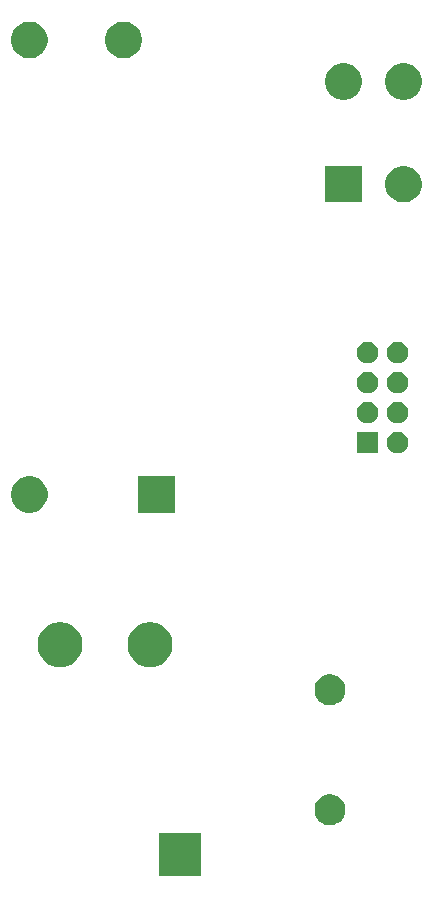
<source format=gts>
G04 #@! TF.GenerationSoftware,KiCad,Pcbnew,(5.1.5)-3*
G04 #@! TF.CreationDate,2020-04-22T08:06:24-07:00*
G04 #@! TF.ProjectId,Plug_Pass_120V_AC_shield,506c7567-5f50-4617-9373-5f313230565f,rev?*
G04 #@! TF.SameCoordinates,Original*
G04 #@! TF.FileFunction,Soldermask,Top*
G04 #@! TF.FilePolarity,Negative*
%FSLAX46Y46*%
G04 Gerber Fmt 4.6, Leading zero omitted, Abs format (unit mm)*
G04 Created by KiCad (PCBNEW (5.1.5)-3) date 2020-04-22 08:06:24*
%MOMM*%
%LPD*%
G04 APERTURE LIST*
%ADD10C,0.100000*%
G04 APERTURE END LIST*
D10*
G36*
X197323840Y-133215320D02*
G01*
X193722240Y-133215320D01*
X193722240Y-129613720D01*
X197323840Y-129613720D01*
X197323840Y-133215320D01*
G37*
G36*
X208602469Y-126353709D02*
G01*
X208839200Y-126451766D01*
X209052252Y-126594123D01*
X209233437Y-126775308D01*
X209375794Y-126988360D01*
X209473851Y-127225091D01*
X209523840Y-127476402D01*
X209523840Y-127732638D01*
X209473851Y-127983949D01*
X209375794Y-128220680D01*
X209233437Y-128433732D01*
X209052252Y-128614917D01*
X208839200Y-128757274D01*
X208602469Y-128855331D01*
X208351158Y-128905320D01*
X208094922Y-128905320D01*
X207843611Y-128855331D01*
X207606880Y-128757274D01*
X207393828Y-128614917D01*
X207212643Y-128433732D01*
X207070286Y-128220680D01*
X206972229Y-127983949D01*
X206922240Y-127732638D01*
X206922240Y-127476402D01*
X206972229Y-127225091D01*
X207070286Y-126988360D01*
X207212643Y-126775308D01*
X207393828Y-126594123D01*
X207606880Y-126451766D01*
X207843611Y-126353709D01*
X208094922Y-126303720D01*
X208351158Y-126303720D01*
X208602469Y-126353709D01*
G37*
G36*
X208602469Y-116193709D02*
G01*
X208839200Y-116291766D01*
X209052252Y-116434123D01*
X209233437Y-116615308D01*
X209375794Y-116828360D01*
X209473851Y-117065091D01*
X209523840Y-117316402D01*
X209523840Y-117572638D01*
X209473851Y-117823949D01*
X209375794Y-118060680D01*
X209233437Y-118273732D01*
X209052252Y-118454917D01*
X208839200Y-118597274D01*
X208602469Y-118695331D01*
X208351158Y-118745320D01*
X208094922Y-118745320D01*
X207843611Y-118695331D01*
X207606880Y-118597274D01*
X207393828Y-118454917D01*
X207212643Y-118273732D01*
X207070286Y-118060680D01*
X206972229Y-117823949D01*
X206922240Y-117572638D01*
X206922240Y-117316402D01*
X206972229Y-117065091D01*
X207070286Y-116828360D01*
X207212643Y-116615308D01*
X207393828Y-116434123D01*
X207606880Y-116291766D01*
X207843611Y-116193709D01*
X208094922Y-116143720D01*
X208351158Y-116143720D01*
X208602469Y-116193709D01*
G37*
G36*
X193292662Y-111758069D02*
G01*
X193537485Y-111806767D01*
X193883407Y-111950053D01*
X194194730Y-112158072D01*
X194459488Y-112422830D01*
X194667507Y-112734153D01*
X194810793Y-113080075D01*
X194883840Y-113447309D01*
X194883840Y-113821731D01*
X194810793Y-114188965D01*
X194667507Y-114534887D01*
X194459488Y-114846210D01*
X194194730Y-115110968D01*
X193883407Y-115318987D01*
X193537485Y-115462273D01*
X193292662Y-115510971D01*
X193170252Y-115535320D01*
X192795828Y-115535320D01*
X192673418Y-115510971D01*
X192428595Y-115462273D01*
X192082673Y-115318987D01*
X191771350Y-115110968D01*
X191506592Y-114846210D01*
X191298573Y-114534887D01*
X191155287Y-114188965D01*
X191082240Y-113821731D01*
X191082240Y-113447309D01*
X191155287Y-113080075D01*
X191298573Y-112734153D01*
X191506592Y-112422830D01*
X191771350Y-112158072D01*
X192082673Y-111950053D01*
X192428595Y-111806767D01*
X192673418Y-111758069D01*
X192795828Y-111733720D01*
X193170252Y-111733720D01*
X193292662Y-111758069D01*
G37*
G36*
X185672662Y-111758069D02*
G01*
X185917485Y-111806767D01*
X186263407Y-111950053D01*
X186574730Y-112158072D01*
X186839488Y-112422830D01*
X187047507Y-112734153D01*
X187190793Y-113080075D01*
X187263840Y-113447309D01*
X187263840Y-113821731D01*
X187190793Y-114188965D01*
X187047507Y-114534887D01*
X186839488Y-114846210D01*
X186574730Y-115110968D01*
X186263407Y-115318987D01*
X185917485Y-115462273D01*
X185672662Y-115510971D01*
X185550252Y-115535320D01*
X185175828Y-115535320D01*
X185053418Y-115510971D01*
X184808595Y-115462273D01*
X184462673Y-115318987D01*
X184151350Y-115110968D01*
X183886592Y-114846210D01*
X183678573Y-114534887D01*
X183535287Y-114188965D01*
X183462240Y-113821731D01*
X183462240Y-113447309D01*
X183535287Y-113080075D01*
X183678573Y-112734153D01*
X183886592Y-112422830D01*
X184151350Y-112158072D01*
X184462673Y-111950053D01*
X184808595Y-111806767D01*
X185053418Y-111758069D01*
X185175828Y-111733720D01*
X185550252Y-111733720D01*
X185672662Y-111758069D01*
G37*
G36*
X195060700Y-102475160D02*
G01*
X191959100Y-102475160D01*
X191959100Y-99373560D01*
X195060700Y-99373560D01*
X195060700Y-102475160D01*
G37*
G36*
X183212252Y-99433156D02*
G01*
X183212255Y-99433157D01*
X183212254Y-99433157D01*
X183494480Y-99550059D01*
X183748478Y-99719775D01*
X183964485Y-99935782D01*
X184134201Y-100189780D01*
X184134201Y-100189781D01*
X184251104Y-100472008D01*
X184310700Y-100771619D01*
X184310700Y-101077101D01*
X184251104Y-101376712D01*
X184251103Y-101376714D01*
X184134201Y-101658940D01*
X183964485Y-101912938D01*
X183748478Y-102128945D01*
X183494480Y-102298661D01*
X183294914Y-102381324D01*
X183212252Y-102415564D01*
X182912641Y-102475160D01*
X182607159Y-102475160D01*
X182307548Y-102415564D01*
X182224886Y-102381324D01*
X182025320Y-102298661D01*
X181771322Y-102128945D01*
X181555315Y-101912938D01*
X181385599Y-101658940D01*
X181268697Y-101376714D01*
X181268696Y-101376712D01*
X181209100Y-101077101D01*
X181209100Y-100771619D01*
X181268696Y-100472008D01*
X181385599Y-100189781D01*
X181385599Y-100189780D01*
X181555315Y-99935782D01*
X181771322Y-99719775D01*
X182025320Y-99550059D01*
X182307546Y-99433157D01*
X182307545Y-99433157D01*
X182307548Y-99433156D01*
X182607159Y-99373560D01*
X182912641Y-99373560D01*
X183212252Y-99433156D01*
G37*
G36*
X212318600Y-97434400D02*
G01*
X210489800Y-97434400D01*
X210489800Y-95605600D01*
X212318600Y-95605600D01*
X212318600Y-97434400D01*
G37*
G36*
X214122591Y-95623170D02*
G01*
X214210923Y-95640740D01*
X214377331Y-95709669D01*
X214527096Y-95809739D01*
X214654461Y-95937104D01*
X214754531Y-96086869D01*
X214823460Y-96253277D01*
X214858600Y-96429941D01*
X214858600Y-96610059D01*
X214823460Y-96786723D01*
X214754531Y-96953131D01*
X214654461Y-97102896D01*
X214527096Y-97230261D01*
X214377331Y-97330331D01*
X214210923Y-97399260D01*
X214122591Y-97416830D01*
X214034261Y-97434400D01*
X213854139Y-97434400D01*
X213765809Y-97416830D01*
X213677477Y-97399260D01*
X213511069Y-97330331D01*
X213361304Y-97230261D01*
X213233939Y-97102896D01*
X213133869Y-96953131D01*
X213064940Y-96786723D01*
X213029800Y-96610059D01*
X213029800Y-96429941D01*
X213064940Y-96253277D01*
X213133869Y-96086869D01*
X213233939Y-95937104D01*
X213361304Y-95809739D01*
X213511069Y-95709669D01*
X213677477Y-95640740D01*
X213765809Y-95623170D01*
X213854139Y-95605600D01*
X214034261Y-95605600D01*
X214122591Y-95623170D01*
G37*
G36*
X211582591Y-93083170D02*
G01*
X211670923Y-93100740D01*
X211837331Y-93169669D01*
X211987096Y-93269739D01*
X212114461Y-93397104D01*
X212214531Y-93546869D01*
X212283460Y-93713277D01*
X212318600Y-93889941D01*
X212318600Y-94070059D01*
X212283460Y-94246723D01*
X212214531Y-94413131D01*
X212114461Y-94562896D01*
X211987096Y-94690261D01*
X211837331Y-94790331D01*
X211670923Y-94859260D01*
X211582591Y-94876830D01*
X211494261Y-94894400D01*
X211314139Y-94894400D01*
X211225809Y-94876830D01*
X211137477Y-94859260D01*
X210971069Y-94790331D01*
X210821304Y-94690261D01*
X210693939Y-94562896D01*
X210593869Y-94413131D01*
X210524940Y-94246723D01*
X210489800Y-94070059D01*
X210489800Y-93889941D01*
X210524940Y-93713277D01*
X210593869Y-93546869D01*
X210693939Y-93397104D01*
X210821304Y-93269739D01*
X210971069Y-93169669D01*
X211137477Y-93100740D01*
X211225809Y-93083170D01*
X211314139Y-93065600D01*
X211494261Y-93065600D01*
X211582591Y-93083170D01*
G37*
G36*
X214122591Y-93083170D02*
G01*
X214210923Y-93100740D01*
X214377331Y-93169669D01*
X214527096Y-93269739D01*
X214654461Y-93397104D01*
X214754531Y-93546869D01*
X214823460Y-93713277D01*
X214858600Y-93889941D01*
X214858600Y-94070059D01*
X214823460Y-94246723D01*
X214754531Y-94413131D01*
X214654461Y-94562896D01*
X214527096Y-94690261D01*
X214377331Y-94790331D01*
X214210923Y-94859260D01*
X214122591Y-94876830D01*
X214034261Y-94894400D01*
X213854139Y-94894400D01*
X213765809Y-94876830D01*
X213677477Y-94859260D01*
X213511069Y-94790331D01*
X213361304Y-94690261D01*
X213233939Y-94562896D01*
X213133869Y-94413131D01*
X213064940Y-94246723D01*
X213029800Y-94070059D01*
X213029800Y-93889941D01*
X213064940Y-93713277D01*
X213133869Y-93546869D01*
X213233939Y-93397104D01*
X213361304Y-93269739D01*
X213511069Y-93169669D01*
X213677477Y-93100740D01*
X213765809Y-93083170D01*
X213854139Y-93065600D01*
X214034261Y-93065600D01*
X214122591Y-93083170D01*
G37*
G36*
X211582591Y-90543170D02*
G01*
X211670923Y-90560740D01*
X211837331Y-90629669D01*
X211987096Y-90729739D01*
X212114461Y-90857104D01*
X212214531Y-91006869D01*
X212283460Y-91173277D01*
X212318600Y-91349941D01*
X212318600Y-91530059D01*
X212283460Y-91706723D01*
X212214531Y-91873131D01*
X212114461Y-92022896D01*
X211987096Y-92150261D01*
X211837331Y-92250331D01*
X211670923Y-92319260D01*
X211582591Y-92336830D01*
X211494261Y-92354400D01*
X211314139Y-92354400D01*
X211225809Y-92336830D01*
X211137477Y-92319260D01*
X210971069Y-92250331D01*
X210821304Y-92150261D01*
X210693939Y-92022896D01*
X210593869Y-91873131D01*
X210524940Y-91706723D01*
X210489800Y-91530059D01*
X210489800Y-91349941D01*
X210524940Y-91173277D01*
X210593869Y-91006869D01*
X210693939Y-90857104D01*
X210821304Y-90729739D01*
X210971069Y-90629669D01*
X211137477Y-90560740D01*
X211225809Y-90543170D01*
X211314139Y-90525600D01*
X211494261Y-90525600D01*
X211582591Y-90543170D01*
G37*
G36*
X214122591Y-90543170D02*
G01*
X214210923Y-90560740D01*
X214377331Y-90629669D01*
X214527096Y-90729739D01*
X214654461Y-90857104D01*
X214754531Y-91006869D01*
X214823460Y-91173277D01*
X214858600Y-91349941D01*
X214858600Y-91530059D01*
X214823460Y-91706723D01*
X214754531Y-91873131D01*
X214654461Y-92022896D01*
X214527096Y-92150261D01*
X214377331Y-92250331D01*
X214210923Y-92319260D01*
X214122591Y-92336830D01*
X214034261Y-92354400D01*
X213854139Y-92354400D01*
X213765809Y-92336830D01*
X213677477Y-92319260D01*
X213511069Y-92250331D01*
X213361304Y-92150261D01*
X213233939Y-92022896D01*
X213133869Y-91873131D01*
X213064940Y-91706723D01*
X213029800Y-91530059D01*
X213029800Y-91349941D01*
X213064940Y-91173277D01*
X213133869Y-91006869D01*
X213233939Y-90857104D01*
X213361304Y-90729739D01*
X213511069Y-90629669D01*
X213677477Y-90560740D01*
X213765809Y-90543170D01*
X213854139Y-90525600D01*
X214034261Y-90525600D01*
X214122591Y-90543170D01*
G37*
G36*
X214122591Y-88003170D02*
G01*
X214210923Y-88020740D01*
X214377331Y-88089669D01*
X214527096Y-88189739D01*
X214654461Y-88317104D01*
X214754531Y-88466869D01*
X214823460Y-88633277D01*
X214858600Y-88809941D01*
X214858600Y-88990059D01*
X214823460Y-89166723D01*
X214754531Y-89333131D01*
X214654461Y-89482896D01*
X214527096Y-89610261D01*
X214377331Y-89710331D01*
X214210923Y-89779260D01*
X214122591Y-89796830D01*
X214034261Y-89814400D01*
X213854139Y-89814400D01*
X213765809Y-89796830D01*
X213677477Y-89779260D01*
X213511069Y-89710331D01*
X213361304Y-89610261D01*
X213233939Y-89482896D01*
X213133869Y-89333131D01*
X213064940Y-89166723D01*
X213029800Y-88990059D01*
X213029800Y-88809941D01*
X213064940Y-88633277D01*
X213133869Y-88466869D01*
X213233939Y-88317104D01*
X213361304Y-88189739D01*
X213511069Y-88089669D01*
X213677477Y-88020740D01*
X213765809Y-88003170D01*
X213854139Y-87985600D01*
X214034261Y-87985600D01*
X214122591Y-88003170D01*
G37*
G36*
X211582591Y-88003170D02*
G01*
X211670923Y-88020740D01*
X211837331Y-88089669D01*
X211987096Y-88189739D01*
X212114461Y-88317104D01*
X212214531Y-88466869D01*
X212283460Y-88633277D01*
X212318600Y-88809941D01*
X212318600Y-88990059D01*
X212283460Y-89166723D01*
X212214531Y-89333131D01*
X212114461Y-89482896D01*
X211987096Y-89610261D01*
X211837331Y-89710331D01*
X211670923Y-89779260D01*
X211582591Y-89796830D01*
X211494261Y-89814400D01*
X211314139Y-89814400D01*
X211225809Y-89796830D01*
X211137477Y-89779260D01*
X210971069Y-89710331D01*
X210821304Y-89610261D01*
X210693939Y-89482896D01*
X210593869Y-89333131D01*
X210524940Y-89166723D01*
X210489800Y-88990059D01*
X210489800Y-88809941D01*
X210524940Y-88633277D01*
X210593869Y-88466869D01*
X210693939Y-88317104D01*
X210821304Y-88189739D01*
X210971069Y-88089669D01*
X211137477Y-88020740D01*
X211225809Y-88003170D01*
X211314139Y-87985600D01*
X211494261Y-87985600D01*
X211582591Y-88003170D01*
G37*
G36*
X210915380Y-76191240D02*
G01*
X207813780Y-76191240D01*
X207813780Y-73089640D01*
X210915380Y-73089640D01*
X210915380Y-76191240D01*
G37*
G36*
X214896932Y-73149236D02*
G01*
X214896935Y-73149237D01*
X214896934Y-73149237D01*
X215179160Y-73266139D01*
X215433158Y-73435855D01*
X215649165Y-73651862D01*
X215818881Y-73905860D01*
X215818881Y-73905861D01*
X215935784Y-74188088D01*
X215995380Y-74487699D01*
X215995380Y-74793181D01*
X215935784Y-75092792D01*
X215935783Y-75092794D01*
X215818881Y-75375020D01*
X215649165Y-75629018D01*
X215433158Y-75845025D01*
X215179160Y-76014741D01*
X214979594Y-76097404D01*
X214896932Y-76131644D01*
X214597321Y-76191240D01*
X214291839Y-76191240D01*
X213992228Y-76131644D01*
X213909566Y-76097404D01*
X213710000Y-76014741D01*
X213456002Y-75845025D01*
X213239995Y-75629018D01*
X213070279Y-75375020D01*
X212953377Y-75092794D01*
X212953376Y-75092792D01*
X212893780Y-74793181D01*
X212893780Y-74487699D01*
X212953376Y-74188088D01*
X213070279Y-73905861D01*
X213070279Y-73905860D01*
X213239995Y-73651862D01*
X213456002Y-73435855D01*
X213710000Y-73266139D01*
X213992226Y-73149237D01*
X213992225Y-73149237D01*
X213992228Y-73149236D01*
X214291839Y-73089640D01*
X214597321Y-73089640D01*
X214896932Y-73149236D01*
G37*
G36*
X209816932Y-64449236D02*
G01*
X209816935Y-64449237D01*
X209816934Y-64449237D01*
X210099160Y-64566139D01*
X210353158Y-64735855D01*
X210569165Y-64951862D01*
X210738881Y-65205860D01*
X210738881Y-65205861D01*
X210855784Y-65488088D01*
X210915380Y-65787699D01*
X210915380Y-66093181D01*
X210855784Y-66392792D01*
X210855783Y-66392794D01*
X210738881Y-66675020D01*
X210569165Y-66929018D01*
X210353158Y-67145025D01*
X210099160Y-67314741D01*
X209899594Y-67397404D01*
X209816932Y-67431644D01*
X209517321Y-67491240D01*
X209211839Y-67491240D01*
X208912228Y-67431644D01*
X208829566Y-67397404D01*
X208630000Y-67314741D01*
X208376002Y-67145025D01*
X208159995Y-66929018D01*
X207990279Y-66675020D01*
X207873377Y-66392794D01*
X207873376Y-66392792D01*
X207813780Y-66093181D01*
X207813780Y-65787699D01*
X207873376Y-65488088D01*
X207990279Y-65205861D01*
X207990279Y-65205860D01*
X208159995Y-64951862D01*
X208376002Y-64735855D01*
X208630000Y-64566139D01*
X208912226Y-64449237D01*
X208912225Y-64449237D01*
X208912228Y-64449236D01*
X209211839Y-64389640D01*
X209517321Y-64389640D01*
X209816932Y-64449236D01*
G37*
G36*
X214896932Y-64449236D02*
G01*
X214896935Y-64449237D01*
X214896934Y-64449237D01*
X215179160Y-64566139D01*
X215433158Y-64735855D01*
X215649165Y-64951862D01*
X215818881Y-65205860D01*
X215818881Y-65205861D01*
X215935784Y-65488088D01*
X215995380Y-65787699D01*
X215995380Y-66093181D01*
X215935784Y-66392792D01*
X215935783Y-66392794D01*
X215818881Y-66675020D01*
X215649165Y-66929018D01*
X215433158Y-67145025D01*
X215179160Y-67314741D01*
X214979594Y-67397404D01*
X214896932Y-67431644D01*
X214597321Y-67491240D01*
X214291839Y-67491240D01*
X213992228Y-67431644D01*
X213909566Y-67397404D01*
X213710000Y-67314741D01*
X213456002Y-67145025D01*
X213239995Y-66929018D01*
X213070279Y-66675020D01*
X212953377Y-66392794D01*
X212953376Y-66392792D01*
X212893780Y-66093181D01*
X212893780Y-65787699D01*
X212953376Y-65488088D01*
X213070279Y-65205861D01*
X213070279Y-65205860D01*
X213239995Y-64951862D01*
X213456002Y-64735855D01*
X213710000Y-64566139D01*
X213992226Y-64449237D01*
X213992225Y-64449237D01*
X213992228Y-64449236D01*
X214291839Y-64389640D01*
X214597321Y-64389640D01*
X214896932Y-64449236D01*
G37*
G36*
X183212252Y-60933156D02*
G01*
X183212255Y-60933157D01*
X183212254Y-60933157D01*
X183494480Y-61050059D01*
X183748478Y-61219775D01*
X183964485Y-61435782D01*
X184134201Y-61689780D01*
X184134201Y-61689781D01*
X184251104Y-61972008D01*
X184310700Y-62271619D01*
X184310700Y-62577101D01*
X184251104Y-62876712D01*
X184251103Y-62876714D01*
X184134201Y-63158940D01*
X183964485Y-63412938D01*
X183748478Y-63628945D01*
X183494480Y-63798661D01*
X183294914Y-63881324D01*
X183212252Y-63915564D01*
X182912641Y-63975160D01*
X182607159Y-63975160D01*
X182307548Y-63915564D01*
X182224886Y-63881324D01*
X182025320Y-63798661D01*
X181771322Y-63628945D01*
X181555315Y-63412938D01*
X181385599Y-63158940D01*
X181268697Y-62876714D01*
X181268696Y-62876712D01*
X181209100Y-62577101D01*
X181209100Y-62271619D01*
X181268696Y-61972008D01*
X181385599Y-61689781D01*
X181385599Y-61689780D01*
X181555315Y-61435782D01*
X181771322Y-61219775D01*
X182025320Y-61050059D01*
X182307546Y-60933157D01*
X182307545Y-60933157D01*
X182307548Y-60933156D01*
X182607159Y-60873560D01*
X182912641Y-60873560D01*
X183212252Y-60933156D01*
G37*
G36*
X191212252Y-60933156D02*
G01*
X191212255Y-60933157D01*
X191212254Y-60933157D01*
X191494480Y-61050059D01*
X191748478Y-61219775D01*
X191964485Y-61435782D01*
X192134201Y-61689780D01*
X192134201Y-61689781D01*
X192251104Y-61972008D01*
X192310700Y-62271619D01*
X192310700Y-62577101D01*
X192251104Y-62876712D01*
X192251103Y-62876714D01*
X192134201Y-63158940D01*
X191964485Y-63412938D01*
X191748478Y-63628945D01*
X191494480Y-63798661D01*
X191294914Y-63881324D01*
X191212252Y-63915564D01*
X190912641Y-63975160D01*
X190607159Y-63975160D01*
X190307548Y-63915564D01*
X190224886Y-63881324D01*
X190025320Y-63798661D01*
X189771322Y-63628945D01*
X189555315Y-63412938D01*
X189385599Y-63158940D01*
X189268697Y-62876714D01*
X189268696Y-62876712D01*
X189209100Y-62577101D01*
X189209100Y-62271619D01*
X189268696Y-61972008D01*
X189385599Y-61689781D01*
X189385599Y-61689780D01*
X189555315Y-61435782D01*
X189771322Y-61219775D01*
X190025320Y-61050059D01*
X190307546Y-60933157D01*
X190307545Y-60933157D01*
X190307548Y-60933156D01*
X190607159Y-60873560D01*
X190912641Y-60873560D01*
X191212252Y-60933156D01*
G37*
M02*

</source>
